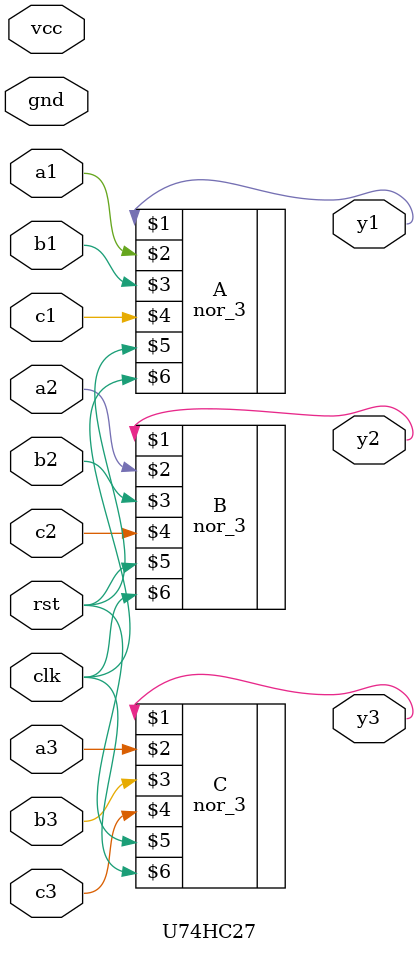
<source format=v>
`timescale 1ns/1ps

module U74HC27(a1, b1, a2, b2, c2, y2, gnd, y3, a3, b3, c3, y1, c1, vcc, rst, clk);
    parameter ic1 = 1'b0;
    parameter ic2 = 1'b0;
    parameter ic3 = 1'b0;
    localparam delay = 9;
    input wire vcc, gnd, rst, clk;
    input wire a1, b1, c1, a2, b2, c2, a3, b3, c3;
    output wire y1, y2, y3;

    nor_3 #(delay, ic1) A(y1, a1, b1, c1, rst, clk);
    nor_3 #(delay, ic2) B(y2, a2, b2, c2, rst, clk);
    nor_3 #(delay, ic3) C(y3, a3, b3, c3, rst, clk);
endmodule

</source>
